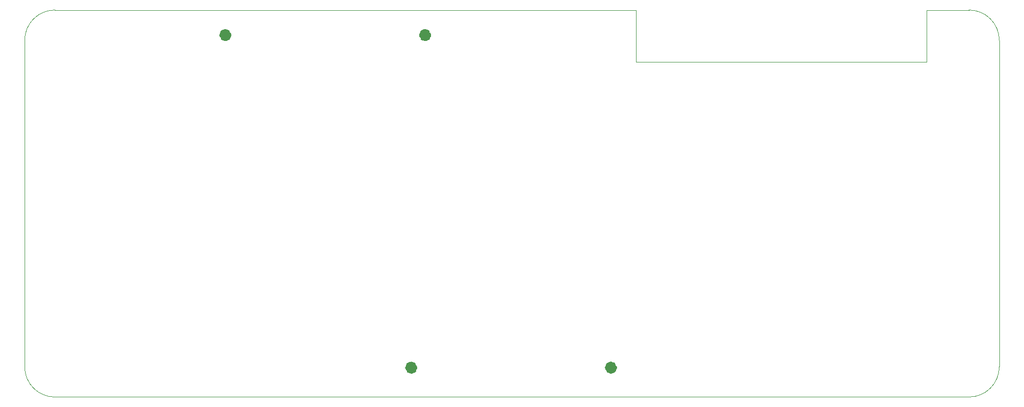
<source format=gbr>
%TF.GenerationSoftware,KiCad,Pcbnew,7.0.9*%
%TF.CreationDate,2024-02-17T00:35:01+08:00*%
%TF.ProjectId,AlarmClockProjV1,416c6172-6d43-46c6-9f63-6b50726f6a56,rev?*%
%TF.SameCoordinates,Original*%
%TF.FileFunction,Profile,NP*%
%FSLAX46Y46*%
G04 Gerber Fmt 4.6, Leading zero omitted, Abs format (unit mm)*
G04 Created by KiCad (PCBNEW 7.0.9) date 2024-02-17 00:35:01*
%MOMM*%
%LPD*%
G01*
G04 APERTURE LIST*
%TA.AperFunction,Profile*%
%ADD10C,0.100000*%
%TD*%
%TA.AperFunction,Profile*%
%ADD11C,1.000000*%
%TD*%
G04 APERTURE END LIST*
D10*
X234000000Y-85000000D02*
G75*
G03*
X229000000Y-80000000I-5000000J0D01*
G01*
X234000000Y-85000000D02*
X234000000Y-139000000D01*
X222000000Y-80000000D02*
X229000000Y-80000000D01*
X78000000Y-80000000D02*
G75*
G03*
X73000000Y-85000000I0J-5000000D01*
G01*
X229000000Y-144000000D02*
X78000000Y-144000000D01*
X174000000Y-88600000D02*
X222000000Y-88600000D01*
X73000000Y-139000000D02*
X73000000Y-85000000D01*
X73000000Y-139000000D02*
G75*
G03*
X78000000Y-144000000I5000000J0D01*
G01*
X229000000Y-144000000D02*
G75*
G03*
X234000000Y-139000000I0J5000000D01*
G01*
X78000000Y-80000000D02*
X174000000Y-80000000D01*
X222000000Y-88600000D02*
X222000000Y-80000000D01*
X174000000Y-80000000D02*
X174000000Y-88600000D01*
%TO.C,J203*%
D11*
X139650000Y-84150000D02*
G75*
G03*
X139650000Y-84150000I-500000J0D01*
G01*
%TO.C,J205*%
X137350000Y-139150000D02*
G75*
G03*
X137350000Y-139150000I-500000J0D01*
G01*
%TO.C,J202*%
X170350000Y-139150000D02*
G75*
G03*
X170350000Y-139150000I-500000J0D01*
G01*
%TO.C,J204*%
X106650000Y-84150000D02*
G75*
G03*
X106650000Y-84150000I-500000J0D01*
G01*
%TD*%
M02*

</source>
